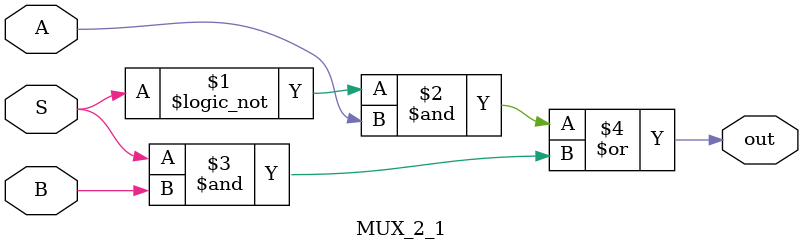
<source format=v>
module MUX_2_1(A, B, S, out);

input A, B, S;

output out;

assign out = ((!S) & A) | (S & B);

endmodule
</source>
